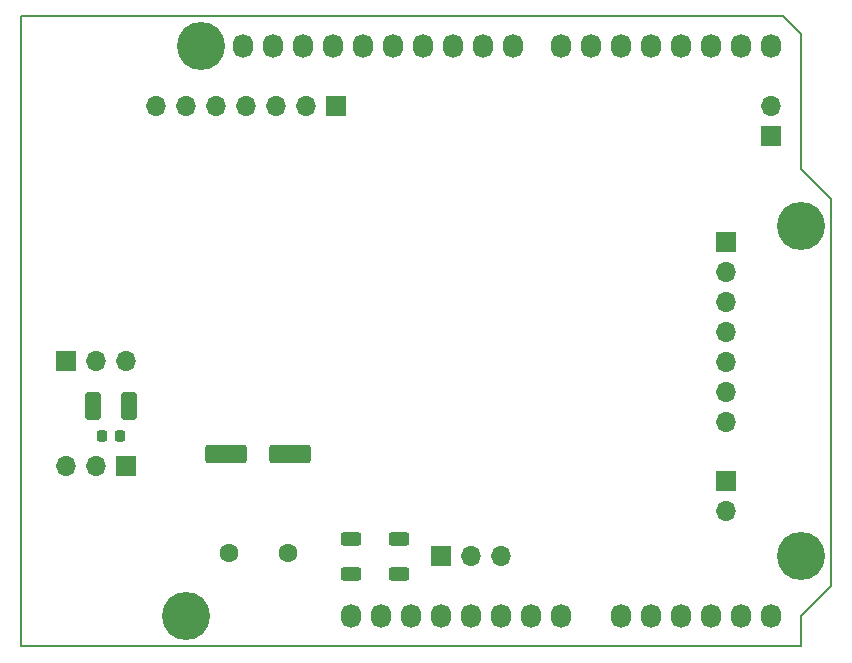
<source format=gbr>
%TF.GenerationSoftware,KiCad,Pcbnew,(6.0.5-0)*%
%TF.CreationDate,2022-06-20T12:07:11+09:00*%
%TF.ProjectId,esp32-walkie-talkie-v2,65737033-322d-4776-916c-6b69652d7461,rev?*%
%TF.SameCoordinates,PX69db1f0PY7882d48*%
%TF.FileFunction,Soldermask,Top*%
%TF.FilePolarity,Negative*%
%FSLAX46Y46*%
G04 Gerber Fmt 4.6, Leading zero omitted, Abs format (unit mm)*
G04 Created by KiCad (PCBNEW (6.0.5-0)) date 2022-06-20 12:07:11*
%MOMM*%
%LPD*%
G01*
G04 APERTURE LIST*
G04 Aperture macros list*
%AMRoundRect*
0 Rectangle with rounded corners*
0 $1 Rounding radius*
0 $2 $3 $4 $5 $6 $7 $8 $9 X,Y pos of 4 corners*
0 Add a 4 corners polygon primitive as box body*
4,1,4,$2,$3,$4,$5,$6,$7,$8,$9,$2,$3,0*
0 Add four circle primitives for the rounded corners*
1,1,$1+$1,$2,$3*
1,1,$1+$1,$4,$5*
1,1,$1+$1,$6,$7*
1,1,$1+$1,$8,$9*
0 Add four rect primitives between the rounded corners*
20,1,$1+$1,$2,$3,$4,$5,0*
20,1,$1+$1,$4,$5,$6,$7,0*
20,1,$1+$1,$6,$7,$8,$9,0*
20,1,$1+$1,$8,$9,$2,$3,0*%
G04 Aperture macros list end*
%TA.AperFunction,Profile*%
%ADD10C,0.150000*%
%TD*%
%ADD11R,1.700000X1.700000*%
%ADD12O,1.700000X1.700000*%
%ADD13RoundRect,0.250000X-0.625000X0.312500X-0.625000X-0.312500X0.625000X-0.312500X0.625000X0.312500X0*%
%ADD14O,1.727200X2.032000*%
%ADD15C,4.064000*%
%ADD16C,1.600000*%
%ADD17RoundRect,0.225000X-0.225000X-0.250000X0.225000X-0.250000X0.225000X0.250000X-0.225000X0.250000X0*%
%ADD18RoundRect,0.250000X-1.500000X-0.550000X1.500000X-0.550000X1.500000X0.550000X-1.500000X0.550000X0*%
%ADD19RoundRect,0.250000X-0.412500X-0.925000X0.412500X-0.925000X0.412500X0.925000X-0.412500X0.925000X0*%
G04 APERTURE END LIST*
D10*
X68580000Y37846000D02*
X66040000Y40386000D01*
X66040000Y0D02*
X66040000Y2540000D01*
X66040000Y51816000D02*
X64516000Y53340000D01*
X66040000Y2540000D02*
X68580000Y5080000D01*
X0Y53340000D02*
X0Y0D01*
X68580000Y5080000D02*
X68580000Y37846000D01*
X0Y0D02*
X66040000Y0D01*
X64516000Y53340000D02*
X0Y53340000D01*
X66040000Y40386000D02*
X66040000Y51816000D01*
D11*
%TO.C,J6*%
X26670000Y45720000D03*
D12*
X24130000Y45720000D03*
X21590000Y45720000D03*
X19050000Y45720000D03*
X16510000Y45720000D03*
X13970000Y45720000D03*
X11430000Y45720000D03*
%TD*%
D13*
%TO.C,R2*%
X32004000Y9082500D03*
X32004000Y6157500D03*
%TD*%
%TO.C,R1*%
X27940000Y9082500D03*
X27940000Y6157500D03*
%TD*%
D14*
%TO.C,P1*%
X27940000Y2540000D03*
X30480000Y2540000D03*
X33020000Y2540000D03*
X35560000Y2540000D03*
X38100000Y2540000D03*
X40640000Y2540000D03*
X43180000Y2540000D03*
X45720000Y2540000D03*
%TD*%
%TO.C,P2*%
X50800000Y2540000D03*
X53340000Y2540000D03*
X55880000Y2540000D03*
X58420000Y2540000D03*
X60960000Y2540000D03*
X63500000Y2540000D03*
%TD*%
%TO.C,P3*%
X18796000Y50800000D03*
X21336000Y50800000D03*
X23876000Y50800000D03*
X26416000Y50800000D03*
X28956000Y50800000D03*
X31496000Y50800000D03*
X34036000Y50800000D03*
X36576000Y50800000D03*
X39116000Y50800000D03*
X41656000Y50800000D03*
%TD*%
%TO.C,P4*%
X45720000Y50800000D03*
X48260000Y50800000D03*
X50800000Y50800000D03*
X53340000Y50800000D03*
X55880000Y50800000D03*
X58420000Y50800000D03*
X60960000Y50800000D03*
X63500000Y50800000D03*
%TD*%
D15*
%TO.C,P5*%
X13970000Y2540000D03*
%TD*%
%TO.C,P6*%
X66040000Y7620000D03*
%TD*%
%TO.C,P7*%
X15240000Y50800000D03*
%TD*%
%TO.C,P8*%
X66040000Y35560000D03*
%TD*%
D11*
%TO.C,J3*%
X59715000Y34270000D03*
D12*
X59715000Y31730000D03*
X59715000Y29190000D03*
X59715000Y26650000D03*
X59715000Y24110000D03*
X59715000Y21570000D03*
X59715000Y19030000D03*
%TD*%
D16*
%TO.C,C4*%
X17566000Y7874000D03*
X22566000Y7874000D03*
%TD*%
D17*
%TO.C,C1*%
X6845000Y17780000D03*
X8395000Y17780000D03*
%TD*%
D11*
%TO.C,J2*%
X8875000Y15240000D03*
D12*
X6335000Y15240000D03*
X3795000Y15240000D03*
%TD*%
D11*
%TO.C,J7*%
X63500000Y43180000D03*
D12*
X63500000Y45720000D03*
%TD*%
D11*
%TO.C,J1*%
X3825000Y24130000D03*
D12*
X6365000Y24130000D03*
X8905000Y24130000D03*
%TD*%
D18*
%TO.C,C3*%
X17366000Y16256000D03*
X22766000Y16256000D03*
%TD*%
D19*
%TO.C,C2*%
X6082500Y20320000D03*
X9157500Y20320000D03*
%TD*%
D11*
%TO.C,J5*%
X59690000Y13970000D03*
D12*
X59690000Y11430000D03*
%TD*%
D11*
%TO.C,J4*%
X35560000Y7620000D03*
D12*
X38100000Y7620000D03*
X40640000Y7620000D03*
%TD*%
M02*

</source>
